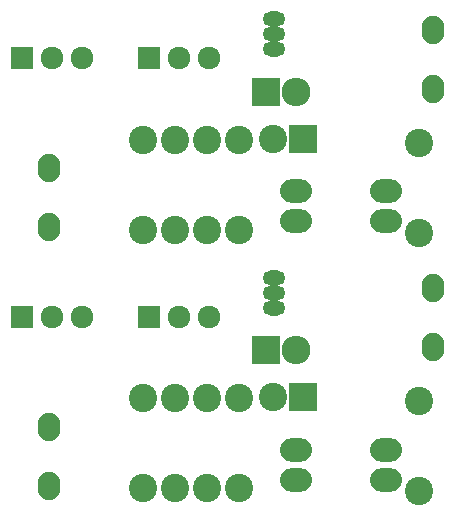
<source format=gbr>
G04 #@! TF.FileFunction,Soldermask,Top*
%FSLAX46Y46*%
G04 Gerber Fmt 4.6, Leading zero omitted, Abs format (unit mm)*
G04 Created by KiCad (PCBNEW 4.0.4-stable) date 11/28/16 12:21:10*
%MOMM*%
%LPD*%
G01*
G04 APERTURE LIST*
%ADD10C,0.100000*%
%ADD11C,2.398980*%
%ADD12R,2.432000X2.432000*%
%ADD13O,2.432000X2.432000*%
%ADD14R,2.400000X2.400000*%
%ADD15C,2.400000*%
%ADD16C,1.924000*%
%ADD17R,1.924000X1.924000*%
%ADD18O,1.900000X2.400000*%
%ADD19O,1.901140X1.299160*%
%ADD20O,2.700000X2.000000*%
G04 APERTURE END LIST*
D10*
D11*
X198900000Y-118630000D03*
X198900000Y-111010000D03*
D12*
X206600000Y-106980000D03*
D13*
X209140000Y-106980000D03*
D14*
X209700000Y-110930000D03*
D15*
X207160000Y-110930000D03*
D16*
X199200000Y-104130000D03*
X201740000Y-104130000D03*
D17*
X196660000Y-104130000D03*
D16*
X188500000Y-104130000D03*
X191040000Y-104130000D03*
D17*
X185960000Y-104130000D03*
D18*
X220700000Y-101730000D03*
X220700000Y-106730000D03*
X188250000Y-113430000D03*
X188250000Y-118430000D03*
D19*
X207300000Y-102100000D03*
X207300000Y-103370000D03*
X207300000Y-100830000D03*
D11*
X204300000Y-118630000D03*
X204300000Y-111010000D03*
X201600000Y-118630000D03*
X201600000Y-111010000D03*
X219550000Y-118930000D03*
X219550000Y-111310000D03*
X196200000Y-111030000D03*
X196200000Y-118650000D03*
D20*
X216750000Y-117930000D03*
X216750000Y-115390000D03*
X209130000Y-115390000D03*
X209130000Y-117930000D03*
X216750000Y-139800000D03*
X216750000Y-137260000D03*
X209130000Y-137260000D03*
X209130000Y-139800000D03*
D11*
X196200000Y-132900000D03*
X196200000Y-140520000D03*
X219550000Y-140800000D03*
X219550000Y-133180000D03*
X201600000Y-140500000D03*
X201600000Y-132880000D03*
X204300000Y-140500000D03*
X204300000Y-132880000D03*
D19*
X207300000Y-123970000D03*
X207300000Y-125240000D03*
X207300000Y-122700000D03*
D18*
X188250000Y-135300000D03*
X188250000Y-140300000D03*
X220700000Y-123600000D03*
X220700000Y-128600000D03*
D16*
X188500000Y-126000000D03*
X191040000Y-126000000D03*
D17*
X185960000Y-126000000D03*
D16*
X199200000Y-126000000D03*
X201740000Y-126000000D03*
D17*
X196660000Y-126000000D03*
D14*
X209700000Y-132800000D03*
D15*
X207160000Y-132800000D03*
D12*
X206600000Y-128850000D03*
D13*
X209140000Y-128850000D03*
D11*
X198900000Y-140500000D03*
X198900000Y-132880000D03*
M02*

</source>
